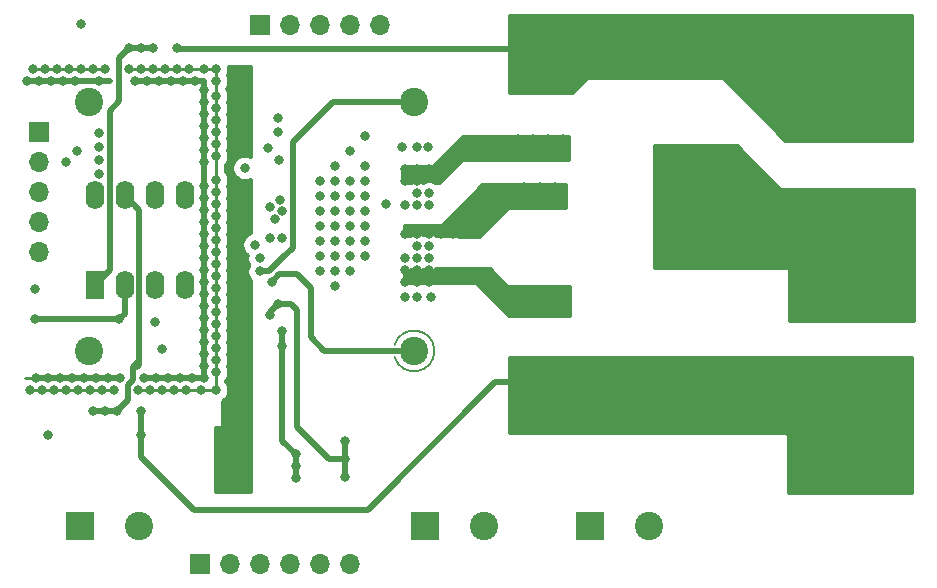
<source format=gbr>
%TF.GenerationSoftware,KiCad,Pcbnew,(5.1.9)-1*%
%TF.CreationDate,2021-11-30T23:52:57-06:00*%
%TF.ProjectId,Discrete_Channel,44697363-7265-4746-955f-4368616e6e65,rev?*%
%TF.SameCoordinates,Original*%
%TF.FileFunction,Copper,L3,Inr*%
%TF.FilePolarity,Positive*%
%FSLAX46Y46*%
G04 Gerber Fmt 4.6, Leading zero omitted, Abs format (unit mm)*
G04 Created by KiCad (PCBNEW (5.1.9)-1) date 2021-11-30 23:52:57*
%MOMM*%
%LPD*%
G01*
G04 APERTURE LIST*
%TA.AperFunction,NonConductor*%
%ADD10C,0.150000*%
%TD*%
%TA.AperFunction,ComponentPad*%
%ADD11C,2.400000*%
%TD*%
%TA.AperFunction,ComponentPad*%
%ADD12R,2.400000X2.400000*%
%TD*%
%TA.AperFunction,ComponentPad*%
%ADD13R,1.700000X1.700000*%
%TD*%
%TA.AperFunction,ComponentPad*%
%ADD14O,1.700000X1.700000*%
%TD*%
%TA.AperFunction,ComponentPad*%
%ADD15R,1.600000X2.400000*%
%TD*%
%TA.AperFunction,ComponentPad*%
%ADD16O,1.600000X2.400000*%
%TD*%
%TA.AperFunction,ComponentPad*%
%ADD17C,10.160000*%
%TD*%
%TA.AperFunction,ViaPad*%
%ADD18C,0.800000*%
%TD*%
%TA.AperFunction,Conductor*%
%ADD19C,0.250000*%
%TD*%
%TA.AperFunction,Conductor*%
%ADD20C,0.500000*%
%TD*%
%TA.AperFunction,Conductor*%
%ADD21C,0.254000*%
%TD*%
%TA.AperFunction,Conductor*%
%ADD22C,0.100000*%
%TD*%
G04 APERTURE END LIST*
D10*
X145287953Y-92202157D02*
G75*
G02*
X145288001Y-93217999I1651047J-507843D01*
G01*
D11*
%TO.N,/FB_B*%
%TO.C,C21*%
X119439000Y-71628000D03*
%TO.N,Net-(C21-Pad1)*%
X146939000Y-71628000D03*
%TD*%
%TO.N,Net-(C20-Pad1)*%
%TO.C,C20*%
X146939000Y-92710000D03*
%TO.N,/FB_A*%
X119439000Y-92710000D03*
%TD*%
D12*
%TO.N,/PVDD*%
%TO.C,C1*%
X147828000Y-107569000D03*
D11*
%TO.N,GND*%
X152828000Y-107569000D03*
%TD*%
%TO.N,GND*%
%TO.C,C2*%
X166798000Y-107569000D03*
D12*
%TO.N,/PVDD*%
X161798000Y-107569000D03*
%TD*%
%TO.N,/+12V*%
%TO.C,C17*%
X118618000Y-107569000D03*
D11*
%TO.N,GND*%
X123618000Y-107569000D03*
%TD*%
D13*
%TO.N,/OSC_IOM*%
%TO.C,J1*%
X133858000Y-65151000D03*
D14*
%TO.N,/OSC_IOP*%
X136398000Y-65151000D03*
%TO.N,/~RESET*%
X138938000Y-65151000D03*
%TO.N,/~FAULT*%
X141478000Y-65151000D03*
%TO.N,/~ERROR*%
X144018000Y-65151000D03*
%TD*%
%TO.N,/IN_A*%
%TO.C,J3*%
X115189000Y-84328000D03*
%TO.N,/IN_B*%
X115189000Y-81788000D03*
%TO.N,VEE*%
X115189000Y-79248000D03*
%TO.N,GNDA*%
X115189000Y-76708000D03*
D13*
%TO.N,VCC*%
X115189000Y-74168000D03*
%TD*%
%TO.N,GND*%
%TO.C,J2*%
X128778000Y-110744000D03*
D14*
%TO.N,/+12V*%
X131318000Y-110744000D03*
X133858000Y-110744000D03*
%TO.N,/PVDD*%
X136398000Y-110744000D03*
X138938000Y-110744000D03*
%TO.N,GND*%
X141478000Y-110744000D03*
%TD*%
D15*
%TO.N,/FB_A*%
%TO.C,U2*%
X119888000Y-87122000D03*
D16*
%TO.N,GNDA*%
X127508000Y-79502000D03*
%TO.N,Net-(C19-Pad1)*%
X122428000Y-87122000D03*
%TO.N,Net-(C18-Pad1)*%
X124968000Y-79502000D03*
%TO.N,GNDA*%
X124968000Y-87122000D03*
%TO.N,/FB_B*%
X122428000Y-79502000D03*
%TO.N,VEE*%
X127508000Y-87122000D03*
%TO.N,VCC*%
X119888000Y-79502000D03*
%TD*%
D17*
%TO.N,/SPEAKER+*%
%TO.C,J4*%
X183769000Y-69723000D03*
%TO.N,/SPEAKER-*%
X183769000Y-99693000D03*
%TO.N,GND*%
X183769000Y-84713000D03*
%TD*%
D18*
%TO.N,*%
X114427000Y-96012000D03*
X115443000Y-96012000D03*
X116459000Y-96012000D03*
X117475000Y-96012000D03*
X118491000Y-96012000D03*
X119507000Y-96012000D03*
X120523000Y-96012000D03*
X121539000Y-96012000D03*
X123571000Y-96012000D03*
X124587000Y-96012000D03*
X125603000Y-96012000D03*
X126619000Y-96012000D03*
X127635000Y-96012000D03*
X128905000Y-96012000D03*
X130175000Y-96012000D03*
X130175000Y-94488000D03*
X130175000Y-93472000D03*
X130175000Y-92456000D03*
X130175000Y-90424000D03*
X130175000Y-91440000D03*
X130175000Y-89408000D03*
X130175000Y-88392000D03*
X130175000Y-87376000D03*
X130175000Y-86360000D03*
X130175000Y-85344000D03*
X130175000Y-84328000D03*
X130175000Y-83312000D03*
X130175000Y-82296000D03*
X130175000Y-81280000D03*
X130175000Y-80264000D03*
X130175000Y-79248000D03*
X130175000Y-78232000D03*
X130175000Y-76200000D03*
X130175000Y-75184000D03*
X130175000Y-74168000D03*
X130175000Y-73152000D03*
X130175000Y-72136000D03*
X130175000Y-71120000D03*
X130175000Y-69850000D03*
X129159000Y-68834000D03*
X127889000Y-68834000D03*
X126873000Y-68834000D03*
X125857000Y-68834000D03*
X124841000Y-68834000D03*
X123825000Y-68834000D03*
X122809000Y-68834000D03*
X119761000Y-68834000D03*
X118745000Y-68834000D03*
X117729000Y-68834000D03*
X116713000Y-68834000D03*
X115697000Y-68834000D03*
X114681000Y-68834000D03*
X130175000Y-68834000D03*
X120777000Y-68834000D03*
%TO.N,Net-(C6-Pad2)*%
X136908000Y-101473000D03*
X136908000Y-103505000D03*
%TO.N,/OUT_B*%
X156210000Y-78867000D03*
%TO.N,/PVDD*%
X144526000Y-80264000D03*
%TO.N,GND*%
X138938000Y-82169000D03*
%TO.N,/PVDD*%
X148209000Y-79375000D03*
X147193000Y-80391000D03*
X148209000Y-80391000D03*
X146177000Y-80391000D03*
X147193000Y-79375000D03*
X148209000Y-84836000D03*
X146177000Y-84836000D03*
X148209000Y-83820000D03*
X147193000Y-84836000D03*
X147193000Y-83820000D03*
%TO.N,GND*%
X140208000Y-77089000D03*
X141478000Y-75819000D03*
X142748000Y-74549000D03*
X140208000Y-87249000D03*
X142748000Y-77089000D03*
X142748000Y-79629000D03*
X142748000Y-82169000D03*
X142748000Y-84709000D03*
X140208000Y-84709000D03*
X140208000Y-82169000D03*
X140208000Y-79629000D03*
X141478000Y-78359000D03*
X141478000Y-80899000D03*
X141478000Y-83439000D03*
X141478000Y-85979000D03*
X138938000Y-85979000D03*
X138938000Y-83439000D03*
X138938000Y-80899000D03*
X138938000Y-78359000D03*
X167894000Y-85217000D03*
X171958000Y-83693000D03*
X169926000Y-85217000D03*
X169926000Y-83693000D03*
X171958000Y-85217000D03*
X172974000Y-84455000D03*
X173990000Y-83693000D03*
X173990000Y-85217000D03*
X168910000Y-84455000D03*
X167894000Y-83693000D03*
X170942000Y-84455000D03*
X167894000Y-75819000D03*
X169926000Y-75819000D03*
X171958000Y-75819000D03*
X173990000Y-75819000D03*
X171958000Y-77343000D03*
X169926000Y-77343000D03*
X172974000Y-76581000D03*
X170942000Y-76581000D03*
X168910000Y-76581000D03*
X167894000Y-77343000D03*
X173990000Y-77343000D03*
X140208000Y-80899000D03*
X138938000Y-79629000D03*
X141478000Y-79629000D03*
X140208000Y-78359000D03*
X142748000Y-78359000D03*
X142748000Y-80899000D03*
X141478000Y-82169000D03*
X140208000Y-83439000D03*
X142748000Y-83439000D03*
X138938000Y-84709000D03*
X141478000Y-84709000D03*
X140208000Y-85979000D03*
X132588000Y-77216000D03*
%TO.N,Net-(C6-Pad2)*%
X135763000Y-91059000D03*
X135763000Y-92329000D03*
X136908000Y-102487000D03*
%TO.N,Net-(C8-Pad2)*%
X135382000Y-74168000D03*
X135382000Y-73025000D03*
%TO.N,Net-(C9-Pad1)*%
X135572500Y-79946500D03*
X134747000Y-80518000D03*
%TO.N,VCC*%
X120269000Y-77724000D03*
X120269000Y-76581000D03*
X120269000Y-75438000D03*
X120269000Y-74295000D03*
%TO.N,Net-(C14-Pad2)*%
X141097000Y-101854000D03*
X141097000Y-100330000D03*
X141097000Y-103378000D03*
X135382000Y-88773000D03*
X134756524Y-89671524D03*
%TO.N,Net-(C15-Pad2)*%
X135483600Y-76581000D03*
X134610000Y-75565000D03*
%TO.N,Net-(C16-Pad2)*%
X135763000Y-80899000D03*
X135128000Y-81534000D03*
%TO.N,/+12V*%
X130937000Y-101092000D03*
X130937000Y-100076000D03*
X131953000Y-100076000D03*
X131953000Y-101092000D03*
X131953000Y-102108000D03*
X132524500Y-70294500D03*
X132524500Y-69278500D03*
X132524500Y-71374000D03*
X131762500Y-69786500D03*
X131762500Y-70866000D03*
X130937000Y-103124000D03*
X130937000Y-104140000D03*
X131953000Y-104140000D03*
X131953000Y-103124000D03*
X131002000Y-102173000D03*
%TO.N,/FB_A*%
X122809000Y-67077500D03*
X124857000Y-67056000D03*
X123825000Y-67056000D03*
%TO.N,/FB_B*%
X121809000Y-97790000D03*
X120777000Y-97790000D03*
X119761000Y-97768500D03*
%TO.N,Net-(C19-Pad1)*%
X121941500Y-90043000D03*
X114824000Y-90043000D03*
X114824000Y-87503000D03*
%TO.N,Net-(C20-Pad1)*%
X134874279Y-86869957D03*
%TO.N,Net-(C21-Pad1)*%
X133858000Y-85979000D03*
%TO.N,/OUT_A*%
X158877000Y-88519000D03*
X157607000Y-88519000D03*
X156337000Y-88519000D03*
X155702000Y-87757000D03*
X159512000Y-87757000D03*
X158242000Y-87757000D03*
X156972000Y-87757000D03*
X148209000Y-86868000D03*
X155702000Y-89281000D03*
X146177000Y-86868000D03*
X156972000Y-89281000D03*
X159512000Y-89281000D03*
X147193000Y-85852000D03*
X146177000Y-85852000D03*
X147193000Y-86868000D03*
X148209000Y-85852000D03*
X158242000Y-89281000D03*
%TO.N,/OUT_B*%
X150241000Y-82804000D03*
X158877000Y-78867000D03*
X156083000Y-80391000D03*
X157607000Y-80391000D03*
X159004000Y-80391000D03*
X157607000Y-78867000D03*
X159512000Y-79629000D03*
X158242000Y-79629000D03*
X156845000Y-79629000D03*
X155448000Y-79629000D03*
X147193000Y-82804000D03*
X148209000Y-82804000D03*
X149225000Y-82804000D03*
X146177000Y-82804000D03*
%TO.N,Net-(C23-Pad1)*%
X148336000Y-88138000D03*
X147193000Y-88138000D03*
X146177000Y-88138000D03*
%TO.N,Net-(C25-Pad1)*%
X145923000Y-75428500D03*
X147193000Y-75428500D03*
X148082000Y-75428500D03*
%TO.N,/OUT_D*%
X159004000Y-75565000D03*
X157734000Y-75565000D03*
X156464000Y-75565000D03*
X147193000Y-78359000D03*
X146177000Y-78359000D03*
X156972000Y-74803000D03*
X158242000Y-74803000D03*
X159512000Y-74803000D03*
X156972000Y-76327000D03*
X158242000Y-76327000D03*
X159512000Y-76327000D03*
X155702000Y-74803000D03*
X155702000Y-76327000D03*
X148209000Y-77343000D03*
X147193000Y-77343000D03*
X146177000Y-77343000D03*
%TO.N,/SPEAKER+*%
X168910000Y-65151000D03*
X172720000Y-66675000D03*
X170180000Y-65151000D03*
X171450000Y-65151000D03*
X170180000Y-66675000D03*
X172720000Y-65151000D03*
X171450000Y-66675000D03*
X168910000Y-66675000D03*
X172212000Y-65913000D03*
X169672000Y-65913000D03*
X170942000Y-65913000D03*
X159512000Y-70231000D03*
X156972000Y-68707000D03*
X158242000Y-68707000D03*
X156972000Y-70231000D03*
X159512000Y-68707000D03*
X158242000Y-70231000D03*
X155702000Y-70231000D03*
X159004000Y-69469000D03*
X156464000Y-69469000D03*
X157734000Y-69469000D03*
X126857000Y-67056000D03*
%TO.N,/SPEAKER-*%
X168910000Y-94361000D03*
X172720000Y-95885000D03*
X170180000Y-94361000D03*
X171450000Y-94361000D03*
X170180000Y-95885000D03*
X172720000Y-94361000D03*
X171450000Y-95885000D03*
X168910000Y-95885000D03*
X172212000Y-95123000D03*
X169672000Y-95123000D03*
X170942000Y-95123000D03*
X155702000Y-93853000D03*
X159512000Y-95377000D03*
X158242000Y-93853000D03*
X156972000Y-95377000D03*
X159512000Y-93853000D03*
X158242000Y-95377000D03*
X159004000Y-94615000D03*
X156464000Y-94615000D03*
X157734000Y-94615000D03*
X123809000Y-97790000D03*
X123846500Y-99822000D03*
%TO.N,/OSC_IOP*%
X135763000Y-83185000D03*
%TO.N,/OSC_IOM*%
X134747000Y-83185000D03*
%TO.N,GNDA*%
X114173000Y-69850000D03*
X115189000Y-69850000D03*
X116205000Y-69850000D03*
X117221000Y-69850000D03*
X118237000Y-69850000D03*
X120269000Y-69850000D03*
X123317000Y-69850000D03*
X124333000Y-69850000D03*
X125349000Y-69850000D03*
X126365000Y-69850000D03*
X127381000Y-69850000D03*
X128397000Y-69850000D03*
X129159000Y-70612000D03*
X129159000Y-71628000D03*
X129159000Y-72644000D03*
X129159000Y-73660000D03*
X129159000Y-74676000D03*
X129159000Y-75692000D03*
X129159000Y-78740000D03*
X129159000Y-79756000D03*
X129159000Y-80772000D03*
X129159000Y-81788000D03*
X129159000Y-82804000D03*
X129159000Y-83820000D03*
X129159000Y-84836000D03*
X129159000Y-85852000D03*
X129159000Y-86868000D03*
X129159000Y-87884000D03*
X129159000Y-88900000D03*
X129159000Y-89916000D03*
X129159000Y-90932000D03*
X129159000Y-91948000D03*
X129159000Y-92964000D03*
X129159000Y-93980000D03*
X129159000Y-94996000D03*
X128143000Y-94996000D03*
X127127000Y-94996000D03*
X126111000Y-94996000D03*
X125095000Y-94996000D03*
X124079000Y-94996000D03*
X122047000Y-94996000D03*
X121031000Y-94996000D03*
X120015000Y-94996000D03*
X118999000Y-94996000D03*
X117983000Y-94996000D03*
X116967000Y-94996000D03*
X115951000Y-94996000D03*
X114935000Y-94996000D03*
X129159000Y-76708000D03*
X115951000Y-99822000D03*
X118745000Y-65024000D03*
X118364000Y-75780500D03*
X117436500Y-76708000D03*
X125581500Y-92583000D03*
X124968000Y-90297000D03*
%TO.N,Net-(R4-Pad2)*%
X133858000Y-84836000D03*
%TO.N,Net-(JP1-Pad2)*%
X133447000Y-83723000D03*
%TD*%
D19*
%TO.N,*%
X122809000Y-68834000D02*
X130175000Y-68834000D01*
X114681000Y-68834000D02*
X120777000Y-68834000D01*
X130175000Y-95053002D02*
X130175000Y-96012000D01*
X130175000Y-68834000D02*
X130175000Y-95053002D01*
X130175000Y-96012000D02*
X123571000Y-96012000D01*
X121539000Y-96012000D02*
X114427000Y-96012000D01*
D20*
%TO.N,Net-(C6-Pad2)*%
X136908000Y-102487000D02*
X136908000Y-103505000D01*
X136908000Y-101473000D02*
X136908000Y-102487000D01*
X135765000Y-100330000D02*
X135763000Y-100330000D01*
X136908000Y-101473000D02*
X135765000Y-100330000D01*
X135763000Y-91059000D02*
X135763000Y-92329000D01*
X135763000Y-92329000D02*
X135763000Y-100330000D01*
%TO.N,Net-(C14-Pad2)*%
X141097000Y-100330000D02*
X141097000Y-103378000D01*
X137025914Y-99179914D02*
X139700000Y-101854000D01*
X139700000Y-101854000D02*
X141097000Y-101854000D01*
X134756524Y-89398476D02*
X135382000Y-88773000D01*
X134756524Y-89671524D02*
X134756524Y-89398476D01*
X135382000Y-88773000D02*
X136525000Y-88773000D01*
X137025914Y-89273914D02*
X137025914Y-90558086D01*
X136525000Y-88773000D02*
X137025914Y-89273914D01*
X137025914Y-90558086D02*
X137025914Y-99179914D01*
%TO.N,/FB_A*%
X122830500Y-67056000D02*
X122809000Y-67077500D01*
X124857000Y-67056000D02*
X122830500Y-67056000D01*
X121177990Y-85832010D02*
X119888000Y-87122000D01*
X122809000Y-67077500D02*
X121958999Y-67927501D01*
X121177990Y-79267990D02*
X121177990Y-72370010D01*
X121177990Y-72370010D02*
X121958999Y-71589001D01*
X121958999Y-67927501D02*
X121958999Y-71589001D01*
X121177990Y-78466010D02*
X121177990Y-79267990D01*
X121177990Y-79267990D02*
X121177990Y-85832010D01*
%TO.N,/FB_B*%
X122428000Y-79502000D02*
X123678010Y-80752010D01*
X123678010Y-93872990D02*
X123444000Y-94107000D01*
X122720999Y-96878001D02*
X121809000Y-97790000D01*
X122720999Y-95603999D02*
X122720999Y-96878001D01*
X123162999Y-95161999D02*
X122720999Y-95603999D01*
X123162999Y-94094021D02*
X123162999Y-95161999D01*
X123678010Y-93579010D02*
X123162999Y-94094021D01*
X123678010Y-80752010D02*
X123678010Y-93579010D01*
X123678010Y-93579010D02*
X123678010Y-93872990D01*
X119782500Y-97790000D02*
X119761000Y-97768500D01*
X121809000Y-97790000D02*
X119782500Y-97790000D01*
%TO.N,Net-(C19-Pad1)*%
X121941500Y-90043000D02*
X114824000Y-90043000D01*
X122428000Y-89556500D02*
X121941500Y-90043000D01*
X122428000Y-87122000D02*
X122428000Y-89556500D01*
%TO.N,Net-(C20-Pad1)*%
X146939000Y-92710000D02*
X139319000Y-92710000D01*
X139319000Y-92710000D02*
X138176000Y-91567000D01*
X138176000Y-91567000D02*
X138176000Y-87376000D01*
X138176000Y-87376000D02*
X137033000Y-86233000D01*
X135511236Y-86233000D02*
X134874279Y-86869957D01*
X137033000Y-86233000D02*
X135511236Y-86233000D01*
%TO.N,Net-(C21-Pad1)*%
X140081000Y-71628000D02*
X146939000Y-71628000D01*
X136652000Y-75057000D02*
X140081000Y-71628000D01*
X133858000Y-85979000D02*
X134674918Y-85979000D01*
X135790459Y-84863459D02*
X136652000Y-84001918D01*
X136652000Y-83185000D02*
X136652000Y-75057000D01*
X134674918Y-85979000D02*
X135790459Y-84863459D01*
X136652000Y-84001918D02*
X136652000Y-83185000D01*
D19*
%TO.N,/OUT_A*%
X159512000Y-87757000D02*
X159512000Y-89281000D01*
X159512000Y-89281000D02*
X155702000Y-89281000D01*
D20*
%TO.N,/SPEAKER+*%
X159004000Y-69469000D02*
X156464000Y-69469000D01*
X126984000Y-67183000D02*
X126857000Y-67056000D01*
X153162000Y-67183000D02*
X155829000Y-67183000D01*
X153162000Y-67183000D02*
X126984000Y-67183000D01*
%TO.N,/SPEAKER-*%
X156972000Y-95377000D02*
X153797000Y-95377000D01*
X153797000Y-95377000D02*
X143002000Y-106172000D01*
X143002000Y-106172000D02*
X128270000Y-106172000D01*
X123809000Y-101711000D02*
X123809000Y-97790000D01*
X128270000Y-106172000D02*
X123809000Y-101711000D01*
D19*
%TO.N,GNDA*%
X114015010Y-94996000D02*
X122047000Y-94996000D01*
D20*
X114935000Y-94996000D02*
X122047000Y-94996000D01*
X124079000Y-94996000D02*
X129159000Y-94996000D01*
X129159000Y-94996000D02*
X129159000Y-69850000D01*
X129159000Y-69850000D02*
X123317000Y-69850000D01*
X121158000Y-69850000D02*
X114173000Y-69850000D01*
%TD*%
D21*
%TO.N,/SPEAKER+*%
X189103000Y-74930000D02*
X178360606Y-74930000D01*
X173063803Y-69633197D01*
X173044557Y-69617403D01*
X173022601Y-69605667D01*
X172998776Y-69598440D01*
X172974000Y-69596000D01*
X161671000Y-69596000D01*
X161646224Y-69598440D01*
X161622399Y-69605667D01*
X161600443Y-69617403D01*
X161581197Y-69633197D01*
X160348394Y-70866000D01*
X154940000Y-70866000D01*
X154940000Y-64262000D01*
X189103000Y-64262000D01*
X189103000Y-74930000D01*
%TA.AperFunction,Conductor*%
D22*
G36*
X189103000Y-74930000D02*
G01*
X178360606Y-74930000D01*
X173063803Y-69633197D01*
X173044557Y-69617403D01*
X173022601Y-69605667D01*
X172998776Y-69598440D01*
X172974000Y-69596000D01*
X161671000Y-69596000D01*
X161646224Y-69598440D01*
X161622399Y-69605667D01*
X161600443Y-69617403D01*
X161581197Y-69633197D01*
X160348394Y-70866000D01*
X154940000Y-70866000D01*
X154940000Y-64262000D01*
X189103000Y-64262000D01*
X189103000Y-74930000D01*
G37*
%TD.AperFunction*%
%TD*%
D21*
%TO.N,/SPEAKER-*%
X189103000Y-104775000D02*
X178562000Y-104775000D01*
X178562000Y-99822000D01*
X178559560Y-99797224D01*
X178552333Y-99773399D01*
X178540597Y-99751443D01*
X178524803Y-99732197D01*
X178505557Y-99716403D01*
X178483601Y-99704667D01*
X178459776Y-99697440D01*
X178435000Y-99695000D01*
X154940000Y-99695000D01*
X154940000Y-93218000D01*
X189103000Y-93218000D01*
X189103000Y-104775000D01*
%TA.AperFunction,Conductor*%
D22*
G36*
X189103000Y-104775000D02*
G01*
X178562000Y-104775000D01*
X178562000Y-99822000D01*
X178559560Y-99797224D01*
X178552333Y-99773399D01*
X178540597Y-99751443D01*
X178524803Y-99732197D01*
X178505557Y-99716403D01*
X178483601Y-99704667D01*
X178459776Y-99697440D01*
X178435000Y-99695000D01*
X154940000Y-99695000D01*
X154940000Y-93218000D01*
X189103000Y-93218000D01*
X189103000Y-104775000D01*
G37*
%TD.AperFunction*%
%TD*%
D21*
%TO.N,GND*%
X177964197Y-78956803D02*
X177983443Y-78972597D01*
X178005399Y-78984333D01*
X178029224Y-78991560D01*
X178054000Y-78994000D01*
X189230000Y-78994000D01*
X189230000Y-90170000D01*
X178689000Y-90170000D01*
X178689000Y-85852000D01*
X178686560Y-85827224D01*
X178679333Y-85803399D01*
X178667597Y-85781443D01*
X178651803Y-85762197D01*
X178632557Y-85746403D01*
X178610601Y-85734667D01*
X178586776Y-85727440D01*
X178562000Y-85725000D01*
X167259000Y-85725000D01*
X167259000Y-75311000D01*
X174318394Y-75311000D01*
X177964197Y-78956803D01*
%TA.AperFunction,Conductor*%
D22*
G36*
X177964197Y-78956803D02*
G01*
X177983443Y-78972597D01*
X178005399Y-78984333D01*
X178029224Y-78991560D01*
X178054000Y-78994000D01*
X189230000Y-78994000D01*
X189230000Y-90170000D01*
X178689000Y-90170000D01*
X178689000Y-85852000D01*
X178686560Y-85827224D01*
X178679333Y-85803399D01*
X178667597Y-85781443D01*
X178651803Y-85762197D01*
X178632557Y-85746403D01*
X178610601Y-85734667D01*
X178586776Y-85727440D01*
X178562000Y-85725000D01*
X167259000Y-85725000D01*
X167259000Y-75311000D01*
X174318394Y-75311000D01*
X177964197Y-78956803D01*
G37*
%TD.AperFunction*%
%TD*%
D21*
%TO.N,/OUT_D*%
X160020000Y-76581000D02*
X151003000Y-76581000D01*
X150978224Y-76583440D01*
X150954399Y-76590667D01*
X150932443Y-76602403D01*
X150913197Y-76618197D01*
X149045394Y-78486000D01*
X148741468Y-78486000D01*
X148699256Y-78457795D01*
X148510898Y-78379774D01*
X148310939Y-78340000D01*
X148107061Y-78340000D01*
X147907102Y-78379774D01*
X147718744Y-78457795D01*
X147701000Y-78469651D01*
X147683256Y-78457795D01*
X147494898Y-78379774D01*
X147294939Y-78340000D01*
X147091061Y-78340000D01*
X146891102Y-78379774D01*
X146702744Y-78457795D01*
X146660532Y-78486000D01*
X145923000Y-78486000D01*
X145923000Y-77089000D01*
X148463000Y-77089000D01*
X148487776Y-77086560D01*
X148511601Y-77079333D01*
X148533557Y-77067597D01*
X148552803Y-77051803D01*
X151055606Y-74549000D01*
X160020000Y-74549000D01*
X160020000Y-76581000D01*
%TA.AperFunction,Conductor*%
D22*
G36*
X160020000Y-76581000D02*
G01*
X151003000Y-76581000D01*
X150978224Y-76583440D01*
X150954399Y-76590667D01*
X150932443Y-76602403D01*
X150913197Y-76618197D01*
X149045394Y-78486000D01*
X148741468Y-78486000D01*
X148699256Y-78457795D01*
X148510898Y-78379774D01*
X148310939Y-78340000D01*
X148107061Y-78340000D01*
X147907102Y-78379774D01*
X147718744Y-78457795D01*
X147701000Y-78469651D01*
X147683256Y-78457795D01*
X147494898Y-78379774D01*
X147294939Y-78340000D01*
X147091061Y-78340000D01*
X146891102Y-78379774D01*
X146702744Y-78457795D01*
X146660532Y-78486000D01*
X145923000Y-78486000D01*
X145923000Y-77089000D01*
X148463000Y-77089000D01*
X148487776Y-77086560D01*
X148511601Y-77079333D01*
X148533557Y-77067597D01*
X148552803Y-77051803D01*
X151055606Y-74549000D01*
X160020000Y-74549000D01*
X160020000Y-76581000D01*
G37*
%TD.AperFunction*%
%TD*%
D21*
%TO.N,/OUT_B*%
X159766000Y-80645000D02*
X154940000Y-80645000D01*
X154915224Y-80647440D01*
X154891399Y-80654667D01*
X154869443Y-80666403D01*
X154850197Y-80682197D01*
X152475410Y-83056984D01*
X148824953Y-82986783D01*
X148699256Y-82902795D01*
X148510898Y-82824774D01*
X148310939Y-82785000D01*
X148107061Y-82785000D01*
X147907102Y-82824774D01*
X147718744Y-82902795D01*
X147701000Y-82914651D01*
X147683256Y-82902795D01*
X147494898Y-82824774D01*
X147294939Y-82785000D01*
X147091061Y-82785000D01*
X146891102Y-82824774D01*
X146702744Y-82902795D01*
X146639934Y-82944763D01*
X146050000Y-82933418D01*
X146050000Y-82042000D01*
X149225000Y-82042000D01*
X149249776Y-82039560D01*
X149273601Y-82032333D01*
X149295557Y-82020597D01*
X149314803Y-82004803D01*
X152706606Y-78613000D01*
X159766000Y-78613000D01*
X159766000Y-80645000D01*
%TA.AperFunction,Conductor*%
D22*
G36*
X159766000Y-80645000D02*
G01*
X154940000Y-80645000D01*
X154915224Y-80647440D01*
X154891399Y-80654667D01*
X154869443Y-80666403D01*
X154850197Y-80682197D01*
X152475410Y-83056984D01*
X148824953Y-82986783D01*
X148699256Y-82902795D01*
X148510898Y-82824774D01*
X148310939Y-82785000D01*
X148107061Y-82785000D01*
X147907102Y-82824774D01*
X147718744Y-82902795D01*
X147701000Y-82914651D01*
X147683256Y-82902795D01*
X147494898Y-82824774D01*
X147294939Y-82785000D01*
X147091061Y-82785000D01*
X146891102Y-82824774D01*
X146702744Y-82902795D01*
X146639934Y-82944763D01*
X146050000Y-82933418D01*
X146050000Y-82042000D01*
X149225000Y-82042000D01*
X149249776Y-82039560D01*
X149273601Y-82032333D01*
X149295557Y-82020597D01*
X149314803Y-82004803D01*
X152706606Y-78613000D01*
X159766000Y-78613000D01*
X159766000Y-80645000D01*
G37*
%TD.AperFunction*%
%TD*%
D21*
%TO.N,/OUT_A*%
X154850197Y-87211803D02*
X154869443Y-87227597D01*
X154891399Y-87239333D01*
X154915224Y-87246560D01*
X154940000Y-87249000D01*
X160147000Y-87249000D01*
X160147000Y-89789000D01*
X154992606Y-89789000D01*
X152235803Y-87032197D01*
X152216557Y-87016403D01*
X152194601Y-87004667D01*
X152170776Y-86997440D01*
X152146000Y-86995000D01*
X146050000Y-86995000D01*
X146050000Y-85866015D01*
X146075061Y-85871000D01*
X146278939Y-85871000D01*
X146478898Y-85831226D01*
X146667256Y-85753205D01*
X146685000Y-85741349D01*
X146702744Y-85753205D01*
X146891102Y-85831226D01*
X147091061Y-85871000D01*
X147294939Y-85871000D01*
X147494898Y-85831226D01*
X147683256Y-85753205D01*
X147701000Y-85741349D01*
X147718744Y-85753205D01*
X147907102Y-85831226D01*
X148107061Y-85871000D01*
X148310939Y-85871000D01*
X148510898Y-85831226D01*
X148699256Y-85753205D01*
X148741468Y-85725000D01*
X153363394Y-85725000D01*
X154850197Y-87211803D01*
%TA.AperFunction,Conductor*%
D22*
G36*
X154850197Y-87211803D02*
G01*
X154869443Y-87227597D01*
X154891399Y-87239333D01*
X154915224Y-87246560D01*
X154940000Y-87249000D01*
X160147000Y-87249000D01*
X160147000Y-89789000D01*
X154992606Y-89789000D01*
X152235803Y-87032197D01*
X152216557Y-87016403D01*
X152194601Y-87004667D01*
X152170776Y-86997440D01*
X152146000Y-86995000D01*
X146050000Y-86995000D01*
X146050000Y-85866015D01*
X146075061Y-85871000D01*
X146278939Y-85871000D01*
X146478898Y-85831226D01*
X146667256Y-85753205D01*
X146685000Y-85741349D01*
X146702744Y-85753205D01*
X146891102Y-85831226D01*
X147091061Y-85871000D01*
X147294939Y-85871000D01*
X147494898Y-85831226D01*
X147683256Y-85753205D01*
X147701000Y-85741349D01*
X147718744Y-85753205D01*
X147907102Y-85831226D01*
X148107061Y-85871000D01*
X148310939Y-85871000D01*
X148510898Y-85831226D01*
X148699256Y-85753205D01*
X148741468Y-85725000D01*
X153363394Y-85725000D01*
X154850197Y-87211803D01*
G37*
%TD.AperFunction*%
%TD*%
D21*
%TO.N,/+12V*%
X133096000Y-76310651D02*
X133078256Y-76298795D01*
X132889898Y-76220774D01*
X132689939Y-76181000D01*
X132486061Y-76181000D01*
X132286102Y-76220774D01*
X132097744Y-76298795D01*
X131928226Y-76412063D01*
X131784063Y-76556226D01*
X131670795Y-76725744D01*
X131592774Y-76914102D01*
X131553000Y-77114061D01*
X131553000Y-77317939D01*
X131592774Y-77517898D01*
X131670795Y-77706256D01*
X131784063Y-77875774D01*
X131928226Y-78019937D01*
X132097744Y-78133205D01*
X132286102Y-78211226D01*
X132486061Y-78251000D01*
X132689939Y-78251000D01*
X132889898Y-78211226D01*
X133078256Y-78133205D01*
X133096000Y-78121349D01*
X133096000Y-82748113D01*
X132956744Y-82805795D01*
X132787226Y-82919063D01*
X132643063Y-83063226D01*
X132529795Y-83232744D01*
X132451774Y-83421102D01*
X132412000Y-83621061D01*
X132412000Y-83824939D01*
X132451774Y-84024898D01*
X132529795Y-84213256D01*
X132643063Y-84382774D01*
X132787226Y-84526937D01*
X132855169Y-84572335D01*
X132823000Y-84734061D01*
X132823000Y-84937939D01*
X132862774Y-85137898D01*
X132940795Y-85326256D01*
X132995080Y-85407500D01*
X132940795Y-85488744D01*
X132862774Y-85677102D01*
X132823000Y-85877061D01*
X132823000Y-86080939D01*
X132862774Y-86280898D01*
X132940795Y-86469256D01*
X133054063Y-86638774D01*
X133096000Y-86680711D01*
X133096000Y-104648000D01*
X130048000Y-104648000D01*
X130048000Y-99187000D01*
X130556000Y-99187000D01*
X130580776Y-99184560D01*
X130604601Y-99177333D01*
X130626557Y-99165597D01*
X130645803Y-99149803D01*
X130661597Y-99130557D01*
X130673333Y-99108601D01*
X130680560Y-99084776D01*
X130683000Y-99060000D01*
X130683000Y-96917349D01*
X130834774Y-96815937D01*
X130978937Y-96671774D01*
X131092205Y-96502256D01*
X131170226Y-96313898D01*
X131210000Y-96113939D01*
X131210000Y-95910061D01*
X131170226Y-95710102D01*
X131092205Y-95521744D01*
X130978937Y-95352226D01*
X130935000Y-95308289D01*
X130935000Y-95191711D01*
X130978937Y-95147774D01*
X131092205Y-94978256D01*
X131170226Y-94789898D01*
X131210000Y-94589939D01*
X131210000Y-94386061D01*
X131170226Y-94186102D01*
X131092205Y-93997744D01*
X131080349Y-93980000D01*
X131092205Y-93962256D01*
X131170226Y-93773898D01*
X131210000Y-93573939D01*
X131210000Y-93370061D01*
X131170226Y-93170102D01*
X131092205Y-92981744D01*
X131080349Y-92964000D01*
X131092205Y-92946256D01*
X131170226Y-92757898D01*
X131210000Y-92557939D01*
X131210000Y-92354061D01*
X131170226Y-92154102D01*
X131092205Y-91965744D01*
X131080349Y-91948000D01*
X131092205Y-91930256D01*
X131170226Y-91741898D01*
X131210000Y-91541939D01*
X131210000Y-91338061D01*
X131170226Y-91138102D01*
X131092205Y-90949744D01*
X131080349Y-90932000D01*
X131092205Y-90914256D01*
X131170226Y-90725898D01*
X131210000Y-90525939D01*
X131210000Y-90322061D01*
X131170226Y-90122102D01*
X131092205Y-89933744D01*
X131080349Y-89916000D01*
X131092205Y-89898256D01*
X131170226Y-89709898D01*
X131210000Y-89509939D01*
X131210000Y-89306061D01*
X131170226Y-89106102D01*
X131092205Y-88917744D01*
X131080349Y-88900000D01*
X131092205Y-88882256D01*
X131170226Y-88693898D01*
X131210000Y-88493939D01*
X131210000Y-88290061D01*
X131170226Y-88090102D01*
X131092205Y-87901744D01*
X131080349Y-87884000D01*
X131092205Y-87866256D01*
X131170226Y-87677898D01*
X131210000Y-87477939D01*
X131210000Y-87274061D01*
X131170226Y-87074102D01*
X131092205Y-86885744D01*
X131080349Y-86868000D01*
X131092205Y-86850256D01*
X131170226Y-86661898D01*
X131210000Y-86461939D01*
X131210000Y-86258061D01*
X131170226Y-86058102D01*
X131092205Y-85869744D01*
X131080349Y-85852000D01*
X131092205Y-85834256D01*
X131170226Y-85645898D01*
X131210000Y-85445939D01*
X131210000Y-85242061D01*
X131170226Y-85042102D01*
X131092205Y-84853744D01*
X131080349Y-84836000D01*
X131092205Y-84818256D01*
X131170226Y-84629898D01*
X131210000Y-84429939D01*
X131210000Y-84226061D01*
X131170226Y-84026102D01*
X131092205Y-83837744D01*
X131080349Y-83820000D01*
X131092205Y-83802256D01*
X131170226Y-83613898D01*
X131210000Y-83413939D01*
X131210000Y-83210061D01*
X131170226Y-83010102D01*
X131092205Y-82821744D01*
X131080349Y-82804000D01*
X131092205Y-82786256D01*
X131170226Y-82597898D01*
X131210000Y-82397939D01*
X131210000Y-82194061D01*
X131170226Y-81994102D01*
X131092205Y-81805744D01*
X131080349Y-81788000D01*
X131092205Y-81770256D01*
X131170226Y-81581898D01*
X131210000Y-81381939D01*
X131210000Y-81178061D01*
X131170226Y-80978102D01*
X131092205Y-80789744D01*
X131080349Y-80772000D01*
X131092205Y-80754256D01*
X131170226Y-80565898D01*
X131210000Y-80365939D01*
X131210000Y-80162061D01*
X131170226Y-79962102D01*
X131092205Y-79773744D01*
X131080349Y-79756000D01*
X131092205Y-79738256D01*
X131170226Y-79549898D01*
X131210000Y-79349939D01*
X131210000Y-79146061D01*
X131170226Y-78946102D01*
X131092205Y-78757744D01*
X131080349Y-78740000D01*
X131092205Y-78722256D01*
X131170226Y-78533898D01*
X131210000Y-78333939D01*
X131210000Y-78130061D01*
X131170226Y-77930102D01*
X131092205Y-77741744D01*
X130978937Y-77572226D01*
X130935000Y-77528289D01*
X130935000Y-76903711D01*
X130978937Y-76859774D01*
X131092205Y-76690256D01*
X131170226Y-76501898D01*
X131210000Y-76301939D01*
X131210000Y-76098061D01*
X131170226Y-75898102D01*
X131092205Y-75709744D01*
X131080349Y-75692000D01*
X131092205Y-75674256D01*
X131170226Y-75485898D01*
X131210000Y-75285939D01*
X131210000Y-75082061D01*
X131170226Y-74882102D01*
X131092205Y-74693744D01*
X131080349Y-74676000D01*
X131092205Y-74658256D01*
X131170226Y-74469898D01*
X131210000Y-74269939D01*
X131210000Y-74066061D01*
X131170226Y-73866102D01*
X131092205Y-73677744D01*
X131080349Y-73660000D01*
X131092205Y-73642256D01*
X131170226Y-73453898D01*
X131210000Y-73253939D01*
X131210000Y-73050061D01*
X131170226Y-72850102D01*
X131092205Y-72661744D01*
X131080349Y-72644000D01*
X131092205Y-72626256D01*
X131170226Y-72437898D01*
X131210000Y-72237939D01*
X131210000Y-72034061D01*
X131170226Y-71834102D01*
X131092205Y-71645744D01*
X131080349Y-71628000D01*
X131092205Y-71610256D01*
X131170226Y-71421898D01*
X131210000Y-71221939D01*
X131210000Y-71018061D01*
X131170226Y-70818102D01*
X131092205Y-70629744D01*
X130995490Y-70485000D01*
X131092205Y-70340256D01*
X131170226Y-70151898D01*
X131210000Y-69951939D01*
X131210000Y-69748061D01*
X131170226Y-69548102D01*
X131092205Y-69359744D01*
X131080349Y-69342000D01*
X131092205Y-69324256D01*
X131170226Y-69135898D01*
X131210000Y-68935939D01*
X131210000Y-68732061D01*
X131179753Y-68580000D01*
X133096000Y-68580000D01*
X133096000Y-76310651D01*
%TA.AperFunction,Conductor*%
D22*
G36*
X133096000Y-76310651D02*
G01*
X133078256Y-76298795D01*
X132889898Y-76220774D01*
X132689939Y-76181000D01*
X132486061Y-76181000D01*
X132286102Y-76220774D01*
X132097744Y-76298795D01*
X131928226Y-76412063D01*
X131784063Y-76556226D01*
X131670795Y-76725744D01*
X131592774Y-76914102D01*
X131553000Y-77114061D01*
X131553000Y-77317939D01*
X131592774Y-77517898D01*
X131670795Y-77706256D01*
X131784063Y-77875774D01*
X131928226Y-78019937D01*
X132097744Y-78133205D01*
X132286102Y-78211226D01*
X132486061Y-78251000D01*
X132689939Y-78251000D01*
X132889898Y-78211226D01*
X133078256Y-78133205D01*
X133096000Y-78121349D01*
X133096000Y-82748113D01*
X132956744Y-82805795D01*
X132787226Y-82919063D01*
X132643063Y-83063226D01*
X132529795Y-83232744D01*
X132451774Y-83421102D01*
X132412000Y-83621061D01*
X132412000Y-83824939D01*
X132451774Y-84024898D01*
X132529795Y-84213256D01*
X132643063Y-84382774D01*
X132787226Y-84526937D01*
X132855169Y-84572335D01*
X132823000Y-84734061D01*
X132823000Y-84937939D01*
X132862774Y-85137898D01*
X132940795Y-85326256D01*
X132995080Y-85407500D01*
X132940795Y-85488744D01*
X132862774Y-85677102D01*
X132823000Y-85877061D01*
X132823000Y-86080939D01*
X132862774Y-86280898D01*
X132940795Y-86469256D01*
X133054063Y-86638774D01*
X133096000Y-86680711D01*
X133096000Y-104648000D01*
X130048000Y-104648000D01*
X130048000Y-99187000D01*
X130556000Y-99187000D01*
X130580776Y-99184560D01*
X130604601Y-99177333D01*
X130626557Y-99165597D01*
X130645803Y-99149803D01*
X130661597Y-99130557D01*
X130673333Y-99108601D01*
X130680560Y-99084776D01*
X130683000Y-99060000D01*
X130683000Y-96917349D01*
X130834774Y-96815937D01*
X130978937Y-96671774D01*
X131092205Y-96502256D01*
X131170226Y-96313898D01*
X131210000Y-96113939D01*
X131210000Y-95910061D01*
X131170226Y-95710102D01*
X131092205Y-95521744D01*
X130978937Y-95352226D01*
X130935000Y-95308289D01*
X130935000Y-95191711D01*
X130978937Y-95147774D01*
X131092205Y-94978256D01*
X131170226Y-94789898D01*
X131210000Y-94589939D01*
X131210000Y-94386061D01*
X131170226Y-94186102D01*
X131092205Y-93997744D01*
X131080349Y-93980000D01*
X131092205Y-93962256D01*
X131170226Y-93773898D01*
X131210000Y-93573939D01*
X131210000Y-93370061D01*
X131170226Y-93170102D01*
X131092205Y-92981744D01*
X131080349Y-92964000D01*
X131092205Y-92946256D01*
X131170226Y-92757898D01*
X131210000Y-92557939D01*
X131210000Y-92354061D01*
X131170226Y-92154102D01*
X131092205Y-91965744D01*
X131080349Y-91948000D01*
X131092205Y-91930256D01*
X131170226Y-91741898D01*
X131210000Y-91541939D01*
X131210000Y-91338061D01*
X131170226Y-91138102D01*
X131092205Y-90949744D01*
X131080349Y-90932000D01*
X131092205Y-90914256D01*
X131170226Y-90725898D01*
X131210000Y-90525939D01*
X131210000Y-90322061D01*
X131170226Y-90122102D01*
X131092205Y-89933744D01*
X131080349Y-89916000D01*
X131092205Y-89898256D01*
X131170226Y-89709898D01*
X131210000Y-89509939D01*
X131210000Y-89306061D01*
X131170226Y-89106102D01*
X131092205Y-88917744D01*
X131080349Y-88900000D01*
X131092205Y-88882256D01*
X131170226Y-88693898D01*
X131210000Y-88493939D01*
X131210000Y-88290061D01*
X131170226Y-88090102D01*
X131092205Y-87901744D01*
X131080349Y-87884000D01*
X131092205Y-87866256D01*
X131170226Y-87677898D01*
X131210000Y-87477939D01*
X131210000Y-87274061D01*
X131170226Y-87074102D01*
X131092205Y-86885744D01*
X131080349Y-86868000D01*
X131092205Y-86850256D01*
X131170226Y-86661898D01*
X131210000Y-86461939D01*
X131210000Y-86258061D01*
X131170226Y-86058102D01*
X131092205Y-85869744D01*
X131080349Y-85852000D01*
X131092205Y-85834256D01*
X131170226Y-85645898D01*
X131210000Y-85445939D01*
X131210000Y-85242061D01*
X131170226Y-85042102D01*
X131092205Y-84853744D01*
X131080349Y-84836000D01*
X131092205Y-84818256D01*
X131170226Y-84629898D01*
X131210000Y-84429939D01*
X131210000Y-84226061D01*
X131170226Y-84026102D01*
X131092205Y-83837744D01*
X131080349Y-83820000D01*
X131092205Y-83802256D01*
X131170226Y-83613898D01*
X131210000Y-83413939D01*
X131210000Y-83210061D01*
X131170226Y-83010102D01*
X131092205Y-82821744D01*
X131080349Y-82804000D01*
X131092205Y-82786256D01*
X131170226Y-82597898D01*
X131210000Y-82397939D01*
X131210000Y-82194061D01*
X131170226Y-81994102D01*
X131092205Y-81805744D01*
X131080349Y-81788000D01*
X131092205Y-81770256D01*
X131170226Y-81581898D01*
X131210000Y-81381939D01*
X131210000Y-81178061D01*
X131170226Y-80978102D01*
X131092205Y-80789744D01*
X131080349Y-80772000D01*
X131092205Y-80754256D01*
X131170226Y-80565898D01*
X131210000Y-80365939D01*
X131210000Y-80162061D01*
X131170226Y-79962102D01*
X131092205Y-79773744D01*
X131080349Y-79756000D01*
X131092205Y-79738256D01*
X131170226Y-79549898D01*
X131210000Y-79349939D01*
X131210000Y-79146061D01*
X131170226Y-78946102D01*
X131092205Y-78757744D01*
X131080349Y-78740000D01*
X131092205Y-78722256D01*
X131170226Y-78533898D01*
X131210000Y-78333939D01*
X131210000Y-78130061D01*
X131170226Y-77930102D01*
X131092205Y-77741744D01*
X130978937Y-77572226D01*
X130935000Y-77528289D01*
X130935000Y-76903711D01*
X130978937Y-76859774D01*
X131092205Y-76690256D01*
X131170226Y-76501898D01*
X131210000Y-76301939D01*
X131210000Y-76098061D01*
X131170226Y-75898102D01*
X131092205Y-75709744D01*
X131080349Y-75692000D01*
X131092205Y-75674256D01*
X131170226Y-75485898D01*
X131210000Y-75285939D01*
X131210000Y-75082061D01*
X131170226Y-74882102D01*
X131092205Y-74693744D01*
X131080349Y-74676000D01*
X131092205Y-74658256D01*
X131170226Y-74469898D01*
X131210000Y-74269939D01*
X131210000Y-74066061D01*
X131170226Y-73866102D01*
X131092205Y-73677744D01*
X131080349Y-73660000D01*
X131092205Y-73642256D01*
X131170226Y-73453898D01*
X131210000Y-73253939D01*
X131210000Y-73050061D01*
X131170226Y-72850102D01*
X131092205Y-72661744D01*
X131080349Y-72644000D01*
X131092205Y-72626256D01*
X131170226Y-72437898D01*
X131210000Y-72237939D01*
X131210000Y-72034061D01*
X131170226Y-71834102D01*
X131092205Y-71645744D01*
X131080349Y-71628000D01*
X131092205Y-71610256D01*
X131170226Y-71421898D01*
X131210000Y-71221939D01*
X131210000Y-71018061D01*
X131170226Y-70818102D01*
X131092205Y-70629744D01*
X130995490Y-70485000D01*
X131092205Y-70340256D01*
X131170226Y-70151898D01*
X131210000Y-69951939D01*
X131210000Y-69748061D01*
X131170226Y-69548102D01*
X131092205Y-69359744D01*
X131080349Y-69342000D01*
X131092205Y-69324256D01*
X131170226Y-69135898D01*
X131210000Y-68935939D01*
X131210000Y-68732061D01*
X131179753Y-68580000D01*
X133096000Y-68580000D01*
X133096000Y-76310651D01*
G37*
%TD.AperFunction*%
%TD*%
M02*

</source>
